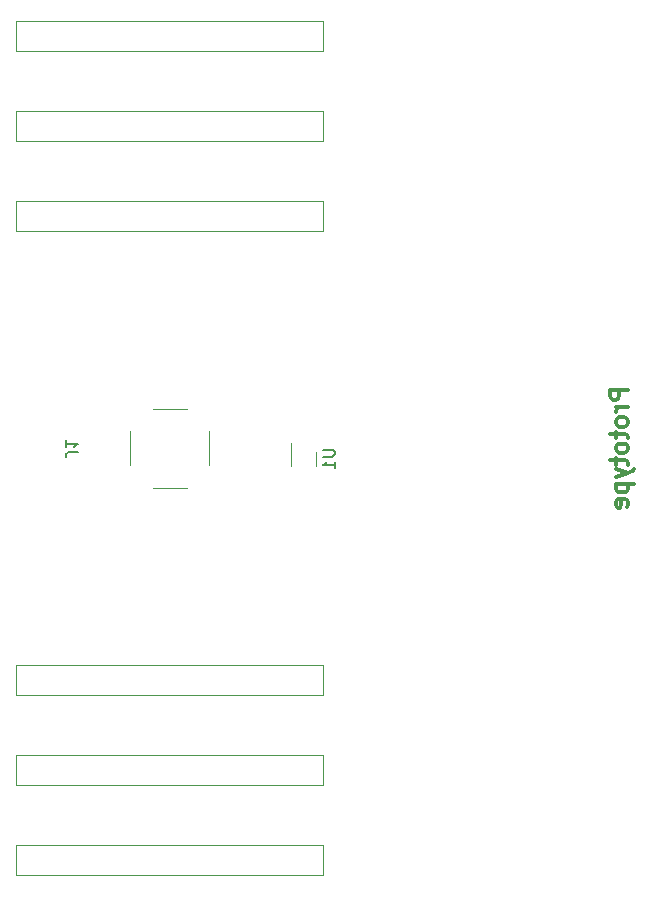
<source format=gbo>
G04 #@! TF.GenerationSoftware,KiCad,Pcbnew,(6.0.5-0)*
G04 #@! TF.CreationDate,2022-12-31T05:29:51-05:00*
G04 #@! TF.ProjectId,antenna-pcb,616e7465-6e6e-4612-9d70-63622e6b6963,rev?*
G04 #@! TF.SameCoordinates,Original*
G04 #@! TF.FileFunction,Legend,Bot*
G04 #@! TF.FilePolarity,Positive*
%FSLAX46Y46*%
G04 Gerber Fmt 4.6, Leading zero omitted, Abs format (unit mm)*
G04 Created by KiCad (PCBNEW (6.0.5-0)) date 2022-12-31 05:29:51*
%MOMM*%
%LPD*%
G01*
G04 APERTURE LIST*
%ADD10C,0.300000*%
%ADD11C,0.150000*%
%ADD12C,0.120000*%
%ADD13C,5.500000*%
%ADD14C,4.300000*%
%ADD15C,2.050000*%
%ADD16C,2.250000*%
%ADD17R,26.000000X8.000000*%
%ADD18R,2.000000X8.000000*%
%ADD19R,0.350000X1.000000*%
G04 APERTURE END LIST*
D10*
X157278571Y-93535714D02*
X155778571Y-93535714D01*
X155778571Y-94107142D01*
X155850000Y-94250000D01*
X155921428Y-94321428D01*
X156064285Y-94392857D01*
X156278571Y-94392857D01*
X156421428Y-94321428D01*
X156492857Y-94250000D01*
X156564285Y-94107142D01*
X156564285Y-93535714D01*
X157278571Y-95035714D02*
X156278571Y-95035714D01*
X156564285Y-95035714D02*
X156421428Y-95107142D01*
X156350000Y-95178571D01*
X156278571Y-95321428D01*
X156278571Y-95464285D01*
X157278571Y-96178571D02*
X157207142Y-96035714D01*
X157135714Y-95964285D01*
X156992857Y-95892857D01*
X156564285Y-95892857D01*
X156421428Y-95964285D01*
X156350000Y-96035714D01*
X156278571Y-96178571D01*
X156278571Y-96392857D01*
X156350000Y-96535714D01*
X156421428Y-96607142D01*
X156564285Y-96678571D01*
X156992857Y-96678571D01*
X157135714Y-96607142D01*
X157207142Y-96535714D01*
X157278571Y-96392857D01*
X157278571Y-96178571D01*
X156278571Y-97107142D02*
X156278571Y-97678571D01*
X155778571Y-97321428D02*
X157064285Y-97321428D01*
X157207142Y-97392857D01*
X157278571Y-97535714D01*
X157278571Y-97678571D01*
X157278571Y-98392857D02*
X157207142Y-98250000D01*
X157135714Y-98178571D01*
X156992857Y-98107142D01*
X156564285Y-98107142D01*
X156421428Y-98178571D01*
X156350000Y-98250000D01*
X156278571Y-98392857D01*
X156278571Y-98607142D01*
X156350000Y-98750000D01*
X156421428Y-98821428D01*
X156564285Y-98892857D01*
X156992857Y-98892857D01*
X157135714Y-98821428D01*
X157207142Y-98750000D01*
X157278571Y-98607142D01*
X157278571Y-98392857D01*
X156278571Y-99321428D02*
X156278571Y-99892857D01*
X155778571Y-99535714D02*
X157064285Y-99535714D01*
X157207142Y-99607142D01*
X157278571Y-99750000D01*
X157278571Y-99892857D01*
X156278571Y-100250000D02*
X157278571Y-100607142D01*
X156278571Y-100964285D02*
X157278571Y-100607142D01*
X157635714Y-100464285D01*
X157707142Y-100392857D01*
X157778571Y-100250000D01*
X156278571Y-101535714D02*
X157778571Y-101535714D01*
X156350000Y-101535714D02*
X156278571Y-101678571D01*
X156278571Y-101964285D01*
X156350000Y-102107142D01*
X156421428Y-102178571D01*
X156564285Y-102250000D01*
X156992857Y-102250000D01*
X157135714Y-102178571D01*
X157207142Y-102107142D01*
X157278571Y-101964285D01*
X157278571Y-101678571D01*
X157207142Y-101535714D01*
X157207142Y-103464285D02*
X157278571Y-103321428D01*
X157278571Y-103035714D01*
X157207142Y-102892857D01*
X157064285Y-102821428D01*
X156492857Y-102821428D01*
X156350000Y-102892857D01*
X156278571Y-103035714D01*
X156278571Y-103321428D01*
X156350000Y-103464285D01*
X156492857Y-103535714D01*
X156635714Y-103535714D01*
X156778571Y-102821428D01*
D11*
G04 #@! TO.C,J1*
X110697619Y-98833333D02*
X109983333Y-98833333D01*
X109840476Y-98880952D01*
X109745238Y-98976190D01*
X109697619Y-99119047D01*
X109697619Y-99214285D01*
X109697619Y-97833333D02*
X109697619Y-98404761D01*
X109697619Y-98119047D02*
X110697619Y-98119047D01*
X110554761Y-98214285D01*
X110459523Y-98309523D01*
X110411904Y-98404761D01*
G04 #@! TO.C,U1*
X131452380Y-98638095D02*
X132261904Y-98638095D01*
X132357142Y-98685714D01*
X132404761Y-98733333D01*
X132452380Y-98828571D01*
X132452380Y-99019047D01*
X132404761Y-99114285D01*
X132357142Y-99161904D01*
X132261904Y-99209523D01*
X131452380Y-99209523D01*
X132452380Y-100209523D02*
X132452380Y-99638095D01*
X132452380Y-99923809D02*
X131452380Y-99923809D01*
X131595238Y-99828571D01*
X131690476Y-99733333D01*
X131738095Y-99638095D01*
D12*
G04 #@! TO.C,J1*
X119950000Y-95145000D02*
X117050000Y-95145000D01*
X121855000Y-99950000D02*
X121855000Y-97050000D01*
X119950000Y-101855000D02*
X117050000Y-101855000D01*
X115145000Y-99950000D02*
X115145000Y-97050000D01*
G04 #@! TO.C,AE1*
X131500000Y-132090000D02*
X131500000Y-134630000D01*
X131500000Y-116850000D02*
X131500000Y-119390000D01*
X105500000Y-124470000D02*
X131500000Y-124470000D01*
X105500000Y-77610000D02*
X131500000Y-77610000D01*
X105500000Y-119390000D02*
X131500000Y-119390000D01*
X105500000Y-116850000D02*
X131500000Y-116850000D01*
X131500000Y-62370000D02*
X131500000Y-64910000D01*
X105500000Y-64910000D02*
X105500000Y-62370000D01*
X131500000Y-77610000D02*
X131500000Y-80150000D01*
X105500000Y-80150000D02*
X131500000Y-80150000D01*
X105500000Y-132090000D02*
X131500000Y-132090000D01*
X131500000Y-124470000D02*
X131500000Y-127010000D01*
X105500000Y-127010000D02*
X131500000Y-127010000D01*
X131500000Y-69990000D02*
X131500000Y-72530000D01*
X105500000Y-72530000D02*
X105500000Y-69990000D01*
X105500000Y-62370000D02*
X131500000Y-62370000D01*
X105500000Y-80150000D02*
X105500000Y-77610000D01*
X105500000Y-69990000D02*
X131500000Y-69990000D01*
X105500000Y-119390000D02*
X105500000Y-116850000D01*
X105500000Y-134630000D02*
X131500000Y-134630000D01*
X105500000Y-134630000D02*
X105500000Y-132090000D01*
X105500000Y-64910000D02*
X131500000Y-64910000D01*
X105500000Y-72530000D02*
X131500000Y-72530000D01*
X105500000Y-127010000D02*
X105500000Y-124510000D01*
G04 #@! TO.C,U1*
X128800000Y-98100000D02*
X128800000Y-100000000D01*
X130900000Y-98800000D02*
X130900000Y-100000000D01*
G04 #@! TD*
%LPC*%
D13*
G04 #@! TO.C,H4*
X163450000Y-143450000D03*
G04 #@! TD*
D14*
G04 #@! TO.C,H6*
X161364000Y-58495000D03*
G04 #@! TD*
D13*
G04 #@! TO.C,H1*
X73550000Y-53550000D03*
G04 #@! TD*
D14*
G04 #@! TO.C,H8*
X161364000Y-138505000D03*
G04 #@! TD*
G04 #@! TO.C,H7*
X75639000Y-134695000D03*
G04 #@! TD*
G04 #@! TO.C,H5*
X75639000Y-61035000D03*
G04 #@! TD*
D13*
G04 #@! TO.C,H3*
X73550000Y-143450000D03*
G04 #@! TD*
G04 #@! TO.C,H2*
X163450000Y-53550000D03*
G04 #@! TD*
D15*
G04 #@! TO.C,J1*
X118500000Y-98500000D03*
D16*
X115950000Y-95950000D03*
X121050000Y-101050000D03*
X115950000Y-101050000D03*
X121050000Y-95950000D03*
G04 #@! TD*
D17*
G04 #@! TO.C,AE1*
X118500000Y-86700000D03*
D18*
X130500000Y-86700000D03*
D17*
X118500000Y-110300000D03*
D18*
X130500000Y-110300000D03*
G04 #@! TD*
D19*
G04 #@! TO.C,U1*
X129200000Y-98500000D03*
X129850000Y-98500000D03*
X130500000Y-98500000D03*
X130500000Y-100300000D03*
X129850000Y-100300000D03*
X129200000Y-100300000D03*
G04 #@! TD*
M02*

</source>
